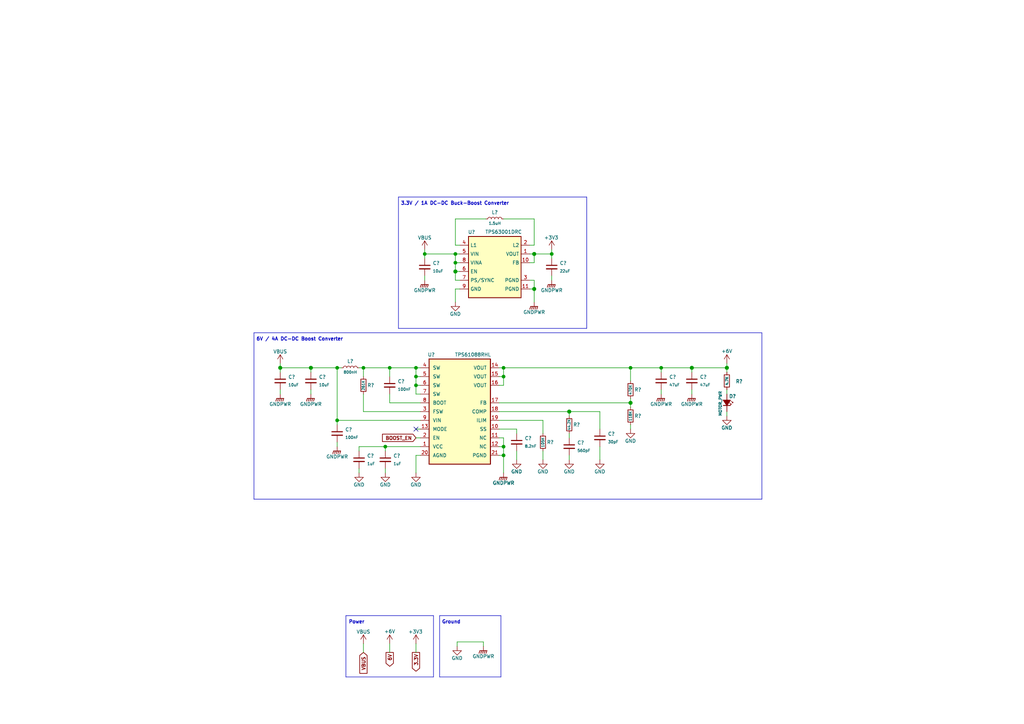
<source format=kicad_sch>
(kicad_sch (version 20201015) (generator eeschema)
  (paper "A4")
  (title_block (title "Power Supply") (date "2020-10-20") (rev "1") (company "Drawn by: Hojadurdy Durdygylyjov") (comment 1 "DC-DC Converters for 3.3V System and 6V Motor Power Supply.") (comment 2 "CC Attribution-ShareAlike 4.0 International"))
  (lib_symbols
    (symbol "Device:C_Small" (pin_numbers hide) (pin_names (offset 0.254) hide)
      (property "Reference" "C" (at 0.254 1.778 0))
      (property "Value" "C_Small" (at 0.254 -2.032 0))
      (symbol "C_Small_0_1"
        (polyline (pts (xy -1.524 -0.508) (xy 1.524 -0.508)) (stroke (width 0.3302)))
        (polyline (pts (xy -1.524 0.508) (xy 1.524 0.508)) (stroke (width 0.3048)))
      )
      (symbol "C_Small_1_1"
        (pin passive line (at 0 2.54 270) (length 2.032) (name "~") (number "1"))
        (pin passive line (at 0 -2.54 90) (length 2.032) (name "~") (number "2"))
      )
    )
    (symbol "Device:LED_Small_Filled" (pin_numbers hide) (pin_names (offset 0.254) hide)
      (property "Reference" "D" (at -1.27 3.175 0))
      (property "Value" "LED_Small_Filled" (at -4.445 -2.54 0))
      (symbol "LED_Small_Filled_0_1"
        (polyline (pts (xy -0.762 -1.016) (xy -0.762 1.016)) (stroke (width 0.254)))
        (polyline (pts (xy 1.016 0) (xy -0.762 0)))
        (polyline (pts (xy 0.762 -1.016) (xy -0.762 0) (xy 0.762 1.016) (xy 0.762 -1.016)) (stroke (width 0.254)) (fill (type outline)))
        (polyline (pts (xy 0 0.762) (xy -0.508 1.27) (xy -0.254 1.27) (xy -0.508 1.27) (xy -0.508 1.016)))
        (polyline (pts (xy 0.508 1.27) (xy 0 1.778) (xy 0.254 1.778) (xy 0 1.778) (xy 0 1.524)))
      )
      (symbol "LED_Small_Filled_1_1"
        (pin passive line (at -2.54 0 0) (length 1.778) (name "K") (number "1"))
        (pin passive line (at 2.54 0 180) (length 1.778) (name "A") (number "2"))
      )
    )
    (symbol "Device:R_Small" (pin_numbers hide) (pin_names (offset 0.254) hide)
      (property "Reference" "R" (at 0.762 0.508 0))
      (property "Value" "R_Small" (at 0.762 -1.016 0))
      (symbol "R_Small_0_1"
        (rectangle (start -0.762 1.778) (end 0.762 -1.778) (stroke (width 0.2032)))
      )
      (symbol "R_Small_1_1"
        (pin passive line (at 0 2.54 270) (length 0.762) (name "~") (number "1"))
        (pin passive line (at 0 -2.54 90) (length 0.762) (name "~") (number "2"))
      )
    )
    (symbol "HD_LibDB:TPS61088RHL" (pin_names (offset 1.016))
      (property "Reference" "U" (at -8.89 16.51 0))
      (property "Value" "TPS61088RHL" (at -1.27 16.51 0))
      (symbol "TPS61088RHL_0_0"
        (rectangle (start -8.89 15.24) (end 8.89 -15.24) (stroke (width 0.3)) (fill (type background)))
        (pin input line (at -11.43 -7.62 0) (length 2.54) (name "EN") (number "2"))
        (pin input line (at 11.43 2.54 180) (length 2.54) (name "FB") (number "17"))
        (pin input line (at -11.43 0 0) (length 2.54) (name "FSW") (number "3"))
        (pin input line (at -11.43 -5.08 0) (length 2.54) (name "MODE") (number "13"))
        (pin input line (at -11.43 10.16 0) (length 2.54) (name "SW") (number "5"))
        (pin input line (at -11.43 7.62 0) (length 2.54) (name "SW") (number "6"))
        (pin input line (at -11.43 5.08 0) (length 2.54) (name "SW") (number "7"))
        (pin input line (at -11.43 12.7 0) (length 2.54) (name "SW") (number "4"))
        (pin power_in line (at -11.43 -2.54 0) (length 2.54) (name "VIN") (number "9"))
        (pin output line (at -11.43 2.54 0) (length 2.54) (name "BOOT") (number "8"))
        (pin output line (at 11.43 0 180) (length 2.54) (name "COMP") (number "18"))
        (pin output line (at 11.43 -2.54 180) (length 2.54) (name "ILIM") (number "19"))
        (pin output line (at 11.43 -5.08 180) (length 2.54) (name "SS") (number "10"))
        (pin power_in line (at -11.43 -10.16 0) (length 2.54) (name "VCC") (number "1"))
        (pin power_out line (at 11.43 10.16 180) (length 2.54) (name "VOUT") (number "15"))
        (pin power_out line (at 11.43 7.62 180) (length 2.54) (name "VOUT") (number "16"))
        (pin power_out line (at 11.43 12.7 180) (length 2.54) (name "VOUT") (number "14"))
        (pin power_in line (at -11.43 -12.7 0) (length 2.54) (name "AGND") (number "20"))
        (pin power_in line (at 11.43 -12.7 180) (length 2.54) (name "PGND") (number "21"))
        (pin passive line (at 11.43 -7.62 180) (length 2.54) (name "NC") (number "11"))
        (pin passive line (at 11.43 -10.16 180) (length 2.54) (name "NC") (number "12"))
      )
    )
    (symbol "HD_LibDB:TPS63001"
      (property "Reference" "U" (at -7.62 11.43 0))
      (property "Value" "TPS63001" (at 3.81 11.43 0))
      (symbol "TPS63001_0_1"
        (rectangle (start -7.62 10.16) (end 7.62 -7.62) (stroke (width 0.254)) (fill (type background)))
      )
      (symbol "TPS63001_1_1"
        (pin power_out line (at 10.16 5.08 180) (length 2.54) (name "VOUT") (number "1"))
        (pin input line (at 10.16 2.54 180) (length 2.54) (name "FB") (number "10"))
        (pin power_in line (at 10.16 -5.08 180) (length 2.54) (name "PGND") (number "11"))
        (pin input line (at 10.16 7.62 180) (length 2.54) (name "L2") (number "2"))
        (pin power_in line (at 10.16 -2.54 180) (length 2.54) (name "PGND") (number "3"))
        (pin input line (at -10.16 7.62 0) (length 2.54) (name "L1") (number "4"))
        (pin power_in line (at -10.16 5.08 0) (length 2.54) (name "VIN") (number "5"))
        (pin input line (at -10.16 0 0) (length 2.54) (name "EN") (number "6"))
        (pin input line (at -10.16 -2.54 0) (length 2.54) (name "PS/SYNC") (number "7"))
        (pin power_in line (at -10.16 2.54 0) (length 2.54) (name "VINA") (number "8"))
        (pin power_in line (at -10.16 -5.08 0) (length 2.54) (name "GND") (number "9"))
      )
    )
    (symbol "HD_LibSym:+3.3V" (power) (pin_names (offset 0))
      (property "Value" "+3.3V" (at 0 2.921 0))
      (symbol "+3.3V_0_1"
        (polyline (pts (xy -0.762 0.635) (xy 0 1.905)))
        (polyline (pts (xy 0 -0.635) (xy 0 1.905)))
        (polyline (pts (xy 0 1.905) (xy 0.762 0.635)))
      )
      (symbol "+3.3V_1_1"
        (pin power_in line (at 0 -0.635 90) (length 0) hide (name "+3V3") (number "1"))
      )
    )
    (symbol "HD_LibSym:+6V" (power) (pin_names (offset 0))
      (property "Value" "+6V" (at 0 3.556 0))
      (symbol "+6V_0_1"
        (polyline (pts (xy -0.762 1.27) (xy 0 2.54)))
        (polyline (pts (xy 0 0) (xy 0 2.54)))
        (polyline (pts (xy 0 2.54) (xy 0.762 1.27)))
      )
      (symbol "+6V_1_1"
        (pin power_in line (at 0 0 90) (length 0) hide (name "+6V") (number "1"))
      )
    )
    (symbol "HD_LibSym:L_Small" (pin_numbers hide) (pin_names (offset 0.254) hide)
      (property "Reference" "L" (at 0.762 1.016 0))
      (property "Value" "L_Small" (at 0.762 -1.016 0))
      (symbol "L_Small_0_1"
        (arc (start 0 -2.032) (end 0 -1.016) (radius (at 0 -1.524) (length 0.508) (angles -89.9 89.9)) (stroke (width 0.15)))
        (arc (start 0 -1.016) (end 0 0) (radius (at 0 -0.508) (length 0.508) (angles -89.9 89.9)) (stroke (width 0.15)))
        (arc (start 0 0) (end 0 1.016) (radius (at 0 0.508) (length 0.508) (angles -89.9 89.9)) (stroke (width 0.15)))
        (arc (start 0 1.016) (end 0 2.032) (radius (at 0 1.524) (length 0.508) (angles -89.9 89.9)) (stroke (width 0.15)))
      )
      (symbol "L_Small_1_1"
        (pin passive line (at 0 2.54 270) (length 0.508) (name "~") (number "1"))
        (pin passive line (at 0 -2.54 90) (length 0.508) (name "~") (number "2"))
      )
    )
    (symbol "power:GND" (power) (pin_names (offset 0))
      (property "Value" "GND" (at 0 -3.81 0))
      (symbol "GND_0_1"
        (polyline (pts (xy 0 0) (xy 0 -1.27) (xy 1.27 -1.27) (xy 0 -2.54) (xy -1.27 -1.27) (xy 0 -1.27)))
      )
      (symbol "GND_1_1"
        (pin power_in line (at 0 0 270) (length 0) hide (name "GND") (number "1"))
      )
    )
    (symbol "power:GNDPWR" (power) (pin_names (offset 0))
      (property "Value" "GNDPWR" (at 0 -3.302 0))
      (symbol "GNDPWR_0_1"
        (polyline (pts (xy 0 -1.27) (xy 0 0)))
        (polyline (pts (xy -1.016 -1.27) (xy -1.27 -2.032) (xy -1.27 -2.032)) (stroke (width 0.2032)))
        (polyline (pts (xy -0.508 -1.27) (xy -0.762 -2.032) (xy -0.762 -2.032)) (stroke (width 0.2032)))
        (polyline (pts (xy 0 -1.27) (xy -0.254 -2.032) (xy -0.254 -2.032)) (stroke (width 0.2032)))
        (polyline (pts (xy 0.508 -1.27) (xy 0.254 -2.032) (xy 0.254 -2.032)) (stroke (width 0.2032)))
        (polyline (pts (xy 1.016 -1.27) (xy -1.016 -1.27) (xy -1.016 -1.27)) (stroke (width 0.2032)))
        (polyline (pts (xy 1.016 -1.27) (xy 0.762 -2.032) (xy 0.762 -2.032) (xy 0.762 -2.032)) (stroke (width 0.2032)))
      )
      (symbol "GNDPWR_1_1"
        (pin power_in line (at 0 0 270) (length 0) hide (name "GNDPWR") (number "1"))
      )
    )
    (symbol "power:VBUS" (power) (pin_names (offset 0))
      (property "Value" "VBUS" (at 0 3.81 0))
      (symbol "VBUS_0_1"
        (polyline (pts (xy -0.762 1.27) (xy 0 2.54)))
        (polyline (pts (xy 0 0) (xy 0 2.54)))
        (polyline (pts (xy 0 2.54) (xy 0.762 1.27)))
      )
      (symbol "VBUS_1_1"
        (pin power_in line (at 0 0 90) (length 0) hide (name "VBUS") (number "1"))
      )
    )
  )
  (junction (at 81.28 106.68) (diameter 1.016))
  (junction (at 90.17 106.68) (diameter 1.016))
  (junction (at 97.79 106.68) (diameter 0.9144))
  (junction (at 97.79 121.92) (diameter 0.9144))
  (junction (at 105.41 106.68) (diameter 0.9144))
  (junction (at 111.76 129.54) (diameter 0.9144))
  (junction (at 113.03 106.68) (diameter 0.9144))
  (junction (at 120.65 106.68) (diameter 0.9144))
  (junction (at 120.65 109.22) (diameter 0.9144))
  (junction (at 120.65 111.76) (diameter 0.9144))
  (junction (at 123.19 73.66) (diameter 0.9144))
  (junction (at 132.08 73.66) (diameter 0.9144))
  (junction (at 132.08 76.2) (diameter 0.9144))
  (junction (at 132.08 78.74) (diameter 1.016))
  (junction (at 146.05 106.68) (diameter 0.9144))
  (junction (at 146.05 109.22) (diameter 0.9144))
  (junction (at 146.05 129.54) (diameter 0.9144))
  (junction (at 146.05 132.08) (diameter 0.9144))
  (junction (at 154.94 73.66) (diameter 1.016))
  (junction (at 154.94 83.82) (diameter 1.016))
  (junction (at 160.02 73.66) (diameter 0.9144))
  (junction (at 165.1 119.38) (diameter 1.016))
  (junction (at 182.88 106.68) (diameter 0.9144))
  (junction (at 182.88 116.84) (diameter 1.016))
  (junction (at 191.77 106.68) (diameter 0.9144))
  (junction (at 200.66 106.68) (diameter 1.016))
  (junction (at 210.82 106.68) (diameter 1.016))
  (no_connect (at 120.65 124.46))
  (wire (pts (xy 81.28 105.41) (xy 81.28 106.68)))
  (wire (pts (xy 81.28 106.68) (xy 81.28 107.95)))
  (wire (pts (xy 81.28 106.68) (xy 90.17 106.68)))
  (wire (pts (xy 81.28 113.03) (xy 81.28 114.3)))
  (wire (pts (xy 90.17 106.68) (xy 90.17 107.95)))
  (wire (pts (xy 90.17 106.68) (xy 97.79 106.68)))
  (wire (pts (xy 90.17 113.03) (xy 90.17 114.3)))
  (wire (pts (xy 97.79 106.68) (xy 97.79 121.92)))
  (wire (pts (xy 97.79 121.92) (xy 121.92 121.92)))
  (wire (pts (xy 97.79 123.19) (xy 97.79 121.92)))
  (wire (pts (xy 97.79 128.27) (xy 97.79 129.54)))
  (wire (pts (xy 99.06 106.68) (xy 97.79 106.68)))
  (wire (pts (xy 104.14 106.68) (xy 105.41 106.68)))
  (wire (pts (xy 104.14 129.54) (xy 104.14 130.81)))
  (wire (pts (xy 104.14 129.54) (xy 111.76 129.54)))
  (wire (pts (xy 104.14 135.89) (xy 104.14 137.16)))
  (wire (pts (xy 105.41 106.68) (xy 113.03 106.68)))
  (wire (pts (xy 105.41 109.22) (xy 105.41 106.68)))
  (wire (pts (xy 105.41 114.3) (xy 105.41 119.38)))
  (wire (pts (xy 105.41 119.38) (xy 121.92 119.38)))
  (wire (pts (xy 105.41 186.69) (xy 105.41 189.23)))
  (wire (pts (xy 111.76 129.54) (xy 111.76 130.81)))
  (wire (pts (xy 111.76 129.54) (xy 121.92 129.54)))
  (wire (pts (xy 111.76 135.89) (xy 111.76 137.16)))
  (wire (pts (xy 113.03 106.68) (xy 120.65 106.68)))
  (wire (pts (xy 113.03 109.22) (xy 113.03 106.68)))
  (wire (pts (xy 113.03 114.3) (xy 113.03 116.84)))
  (wire (pts (xy 113.03 116.84) (xy 121.92 116.84)))
  (wire (pts (xy 113.03 186.69) (xy 113.03 189.23)))
  (wire (pts (xy 120.65 106.68) (xy 121.92 106.68)))
  (wire (pts (xy 120.65 109.22) (xy 120.65 106.68)))
  (wire (pts (xy 120.65 109.22) (xy 121.92 109.22)))
  (wire (pts (xy 120.65 111.76) (xy 120.65 109.22)))
  (wire (pts (xy 120.65 111.76) (xy 121.92 111.76)))
  (wire (pts (xy 120.65 114.3) (xy 120.65 111.76)))
  (wire (pts (xy 120.65 124.46) (xy 121.92 124.46)))
  (wire (pts (xy 120.65 127) (xy 121.92 127)))
  (wire (pts (xy 120.65 132.08) (xy 121.92 132.08)))
  (wire (pts (xy 120.65 137.16) (xy 120.65 132.08)))
  (wire (pts (xy 120.65 186.69) (xy 120.65 189.23)))
  (wire (pts (xy 121.92 114.3) (xy 120.65 114.3)))
  (wire (pts (xy 123.19 72.39) (xy 123.19 73.66)))
  (wire (pts (xy 123.19 73.66) (xy 123.19 74.93)))
  (wire (pts (xy 123.19 73.66) (xy 132.08 73.66)))
  (wire (pts (xy 123.19 80.01) (xy 123.19 81.28)))
  (wire (pts (xy 132.08 63.5) (xy 132.08 71.12)))
  (wire (pts (xy 132.08 71.12) (xy 133.35 71.12)))
  (wire (pts (xy 132.08 73.66) (xy 132.08 76.2)))
  (wire (pts (xy 132.08 73.66) (xy 133.35 73.66)))
  (wire (pts (xy 132.08 76.2) (xy 133.35 76.2)))
  (wire (pts (xy 132.08 78.74) (xy 132.08 76.2)))
  (wire (pts (xy 132.08 78.74) (xy 133.35 78.74)))
  (wire (pts (xy 132.08 81.28) (xy 132.08 78.74)))
  (wire (pts (xy 132.08 83.82) (xy 132.08 87.63)))
  (wire (pts (xy 132.588 186.182) (xy 132.588 187.452)))
  (wire (pts (xy 133.35 81.28) (xy 132.08 81.28)))
  (wire (pts (xy 133.35 83.82) (xy 132.08 83.82)))
  (wire (pts (xy 140.208 186.182) (xy 132.588 186.182)))
  (wire (pts (xy 140.208 187.452) (xy 140.208 186.182)))
  (wire (pts (xy 140.97 63.5) (xy 132.08 63.5)))
  (wire (pts (xy 144.78 109.22) (xy 146.05 109.22)))
  (wire (pts (xy 144.78 111.76) (xy 146.05 111.76)))
  (wire (pts (xy 144.78 116.84) (xy 182.88 116.84)))
  (wire (pts (xy 144.78 119.38) (xy 165.1 119.38)))
  (wire (pts (xy 144.78 121.92) (xy 157.48 121.92)))
  (wire (pts (xy 144.78 129.54) (xy 146.05 129.54)))
  (wire (pts (xy 144.78 132.08) (xy 146.05 132.08)))
  (wire (pts (xy 146.05 63.5) (xy 154.94 63.5)))
  (wire (pts (xy 146.05 106.68) (xy 144.78 106.68)))
  (wire (pts (xy 146.05 106.68) (xy 182.88 106.68)))
  (wire (pts (xy 146.05 109.22) (xy 146.05 106.68)))
  (wire (pts (xy 146.05 111.76) (xy 146.05 109.22)))
  (wire (pts (xy 146.05 127) (xy 144.78 127)))
  (wire (pts (xy 146.05 129.54) (xy 146.05 127)))
  (wire (pts (xy 146.05 132.08) (xy 146.05 129.54)))
  (wire (pts (xy 146.05 137.16) (xy 146.05 132.08)))
  (wire (pts (xy 149.86 124.46) (xy 144.78 124.46)))
  (wire (pts (xy 149.86 125.73) (xy 149.86 124.46)))
  (wire (pts (xy 149.86 130.81) (xy 149.86 133.35)))
  (wire (pts (xy 153.67 73.66) (xy 154.94 73.66)))
  (wire (pts (xy 153.67 76.2) (xy 154.94 76.2)))
  (wire (pts (xy 153.67 81.28) (xy 154.94 81.28)))
  (wire (pts (xy 153.67 83.82) (xy 154.94 83.82)))
  (wire (pts (xy 154.94 63.5) (xy 154.94 71.12)))
  (wire (pts (xy 154.94 71.12) (xy 153.67 71.12)))
  (wire (pts (xy 154.94 73.66) (xy 160.02 73.66)))
  (wire (pts (xy 154.94 76.2) (xy 154.94 73.66)))
  (wire (pts (xy 154.94 81.28) (xy 154.94 83.82)))
  (wire (pts (xy 154.94 83.82) (xy 154.94 87.63)))
  (wire (pts (xy 157.48 121.92) (xy 157.48 125.73)))
  (wire (pts (xy 157.48 130.81) (xy 157.48 133.35)))
  (wire (pts (xy 160.02 72.39) (xy 160.02 73.66)))
  (wire (pts (xy 160.02 73.66) (xy 160.02 74.93)))
  (wire (pts (xy 160.02 80.01) (xy 160.02 81.28)))
  (wire (pts (xy 165.1 119.38) (xy 165.1 120.65)))
  (wire (pts (xy 165.1 119.38) (xy 173.99 119.38)))
  (wire (pts (xy 165.1 125.73) (xy 165.1 127)))
  (wire (pts (xy 165.1 132.08) (xy 165.1 133.35)))
  (wire (pts (xy 173.99 124.46) (xy 173.99 119.38)))
  (wire (pts (xy 173.99 129.54) (xy 173.99 133.35)))
  (wire (pts (xy 182.88 106.68) (xy 182.88 110.49)))
  (wire (pts (xy 182.88 106.68) (xy 191.77 106.68)))
  (wire (pts (xy 182.88 115.57) (xy 182.88 116.84)))
  (wire (pts (xy 182.88 116.84) (xy 182.88 118.11)))
  (wire (pts (xy 182.88 123.19) (xy 182.88 124.46)))
  (wire (pts (xy 191.77 106.68) (xy 191.77 107.95)))
  (wire (pts (xy 191.77 106.68) (xy 200.66 106.68)))
  (wire (pts (xy 191.77 113.03) (xy 191.77 114.3)))
  (wire (pts (xy 200.66 106.68) (xy 200.66 107.95)))
  (wire (pts (xy 200.66 106.68) (xy 210.82 106.68)))
  (wire (pts (xy 200.66 113.03) (xy 200.66 114.3)))
  (wire (pts (xy 210.82 105.41) (xy 210.82 106.68)))
  (wire (pts (xy 210.82 106.68) (xy 210.82 107.95)))
  (wire (pts (xy 210.82 113.03) (xy 210.82 114.3)))
  (wire (pts (xy 210.82 119.38) (xy 210.82 120.65)))
  (polyline (pts (xy 73.66 96.52) (xy 73.66 144.78)) (stroke (width 0.152) (type solid)))
  (polyline (pts (xy 73.66 96.52) (xy 220.98 96.52)) (stroke (width 0.152) (type solid)))
  (polyline (pts (xy 100.33 178.562) (xy 100.33 196.342)) (stroke (width 0.152) (type solid)))
  (polyline (pts (xy 100.33 196.342) (xy 125.73 196.342)) (stroke (width 0.152) (type solid)))
  (polyline (pts (xy 115.57 57.15) (xy 170.18 57.15)) (stroke (width 0.152) (type solid)))
  (polyline (pts (xy 115.57 95.25) (xy 115.57 57.15)) (stroke (width 0.152) (type solid)))
  (polyline (pts (xy 125.73 178.562) (xy 100.33 178.562)) (stroke (width 0.152) (type solid)))
  (polyline (pts (xy 125.73 178.562) (xy 125.73 196.342)) (stroke (width 0.152) (type solid)))
  (polyline (pts (xy 127.508 178.562) (xy 127.508 196.342)) (stroke (width 0.152) (type solid)))
  (polyline (pts (xy 127.508 196.342) (xy 145.288 196.342)) (stroke (width 0.152) (type solid)))
  (polyline (pts (xy 145.288 178.562) (xy 127.508 178.562)) (stroke (width 0.152) (type solid)))
  (polyline (pts (xy 145.288 178.562) (xy 145.288 196.342)) (stroke (width 0.152) (type solid)))
  (polyline (pts (xy 170.18 57.15) (xy 170.18 95.25)) (stroke (width 0.152) (type solid)))
  (polyline (pts (xy 170.18 95.25) (xy 115.57 95.25)) (stroke (width 0.152) (type solid)))
  (polyline (pts (xy 220.98 96.52) (xy 220.98 144.78)) (stroke (width 0.152) (type solid)))
  (polyline (pts (xy 220.98 144.78) (xy 73.66 144.78)) (stroke (width 0.152) (type solid)))
  (text "6V / 4A DC-DC Boost Converter" (at 74.295 99.06 0) (effects (font (size 1 1) (thickness 0.2) bold) (justify left bottom)))
  (text "Power" (at 101.092 181.102 0) (effects (font (size 1 1) (thickness 0.2) bold) (justify left bottom)))
  (text "3.3V / 1A DC-DC Buck-Boost Converter" (at 116.205 59.69 0) (effects (font (size 1 1) (thickness 0.2) bold) (justify left bottom)))
  (text "Ground" (at 128.143 181.102 0) (effects (font (size 1 1) (thickness 0.2) bold) (justify left bottom)))
  (global_label "VBUS" (shape input) (at 105.41 189.23 270) (property "Intersheet References" "${INTERSHEET_REFS}" (effects hide)) (effects (font (size 1 1) (thickness 0.2) bold)))
  (global_label "6V" (shape output) (at 113.03 189.23 270) (property "Intersheet References" "${INTERSHEET_REFS}" (effects hide)) (effects (font (size 1 1) (thickness 0.2) bold)))
  (global_label "BOOST_EN" (shape input) (at 120.65 127 180) (property "Intersheet References" "${INTERSHEET_REFS}" (effects hide)) (effects (font (size 1 1) (thickness 0.2) bold)))
  (global_label "3.3V" (shape output) (at 120.65 189.23 270) (property "Intersheet References" "${INTERSHEET_REFS}" (effects hide)) (effects (font (size 1 1) (thickness 0.2) bold)))
  (symbol (lib_id "HD_LibSym:L_Small") (at 101.6 106.68 90) (unit 1)
    (property "Reference" "L?" (at 101.6 104.775 90) (effects (font (size 1 1))))
    (property "Value" "800nH" (at 101.6 107.95 90) (effects (font (size 0.8 0.8))))
    (property "Footprint" "Inductor_SMD:L_Coilcraft_XAL5030" (effects hide))
  )
  (symbol (lib_id "HD_LibSym:L_Small") (at 143.51 63.5 90) (unit 1)
    (property "Reference" "L?" (at 143.51 61.595 90) (effects (font (size 1 1))))
    (property "Value" "1.5uH" (at 143.51 64.77 90) (effects (font (size 0.8 0.8))))
    (property "Footprint" "Inductor_SMD:L_1008_2520Metric" (effects hide))
  )
  (symbol (lib_id "power:VBUS") (at 81.28 105.41 0) (unit 1)
    (property "Reference" "#PWR?" (effects hide))
    (property "Value" "VBUS" (at 81.267 101.975 0) (effects (font (size 1 1))))
  )
  (symbol (lib_id "power:VBUS") (at 105.41 186.69 0) (unit 1)
    (property "Reference" "#PWR?" (effects hide))
    (property "Value" "VBUS" (at 105.397 183.255 0) (effects (font (size 1 1))))
  )
  (symbol (lib_id "HD_LibSym:+6V") (at 113.03 186.69 0) (unit 1)
    (property "Reference" "#PWR?" (effects hide))
    (property "Value" "+6V" (at 113.03 183.134 0) (effects (font (size 1 1))))
  )
  (symbol (lib_id "HD_LibSym:+3.3V") (at 120.65 186.055 0) (unit 1)
    (property "Reference" "#PWR?" (effects hide))
    (property "Value" "+3.3V" (at 120.5103 183.2179 0) (effects (font (size 1 1))))
  )
  (symbol (lib_id "power:VBUS") (at 123.19 72.39 0) (unit 1)
    (property "Reference" "#PWR?" (effects hide))
    (property "Value" "VBUS" (at 123.177 68.955 0) (effects (font (size 1 1))))
  )
  (symbol (lib_id "HD_LibSym:+3.3V") (at 160.02 71.755 0) (unit 1)
    (property "Reference" "#PWR?" (effects hide))
    (property "Value" "+3.3V" (at 159.8803 68.9179 0) (effects (font (size 1 1))))
  )
  (symbol (lib_id "HD_LibSym:+6V") (at 210.82 105.41 0) (unit 1)
    (property "Reference" "#PWR?" (effects hide))
    (property "Value" "+6V" (at 210.82 101.854 0) (effects (font (size 1 1))))
  )
  (symbol (lib_id "power:GNDPWR") (at 81.28 114.3 0) (unit 1)
    (property "Reference" "#PWR?" (effects hide))
    (property "Value" "GNDPWR" (at 81.28 117.221 0) (effects (font (size 1 1))))
  )
  (symbol (lib_id "power:GNDPWR") (at 90.17 114.3 0) (unit 1)
    (property "Reference" "#PWR?" (effects hide))
    (property "Value" "GNDPWR" (at 90.17 117.221 0) (effects (font (size 1 1))))
  )
  (symbol (lib_id "power:GNDPWR") (at 97.79 129.54 0) (unit 1)
    (property "Reference" "#PWR?" (effects hide))
    (property "Value" "GNDPWR" (at 97.79 132.461 0) (effects (font (size 1 1))))
  )
  (symbol (lib_id "power:GNDPWR") (at 123.19 81.28 0) (unit 1)
    (property "Reference" "#PWR?" (effects hide))
    (property "Value" "GNDPWR" (at 123.19 84.201 0) (effects (font (size 1 1))))
  )
  (symbol (lib_id "power:GNDPWR") (at 140.208 187.452 0) (unit 1)
    (property "Reference" "#PWR?" (effects hide))
    (property "Value" "GNDPWR" (at 140.208 190.373 0) (effects (font (size 1 1))))
  )
  (symbol (lib_id "power:GNDPWR") (at 146.05 137.16 0) (unit 1)
    (property "Reference" "#PWR?" (effects hide))
    (property "Value" "GNDPWR" (at 146.05 140.081 0) (effects (font (size 1 1))))
  )
  (symbol (lib_id "power:GNDPWR") (at 154.94 87.63 0) (unit 1)
    (property "Reference" "#PWR?" (effects hide))
    (property "Value" "GNDPWR" (at 154.94 90.551 0) (effects (font (size 1 1))))
  )
  (symbol (lib_id "power:GNDPWR") (at 160.02 81.28 0) (unit 1)
    (property "Reference" "#PWR?" (effects hide))
    (property "Value" "GNDPWR" (at 160.02 84.201 0) (effects (font (size 1 1))))
  )
  (symbol (lib_id "power:GNDPWR") (at 191.77 114.3 0) (unit 1)
    (property "Reference" "#PWR?" (effects hide))
    (property "Value" "GNDPWR" (at 191.77 117.221 0) (effects (font (size 1 1))))
  )
  (symbol (lib_id "power:GNDPWR") (at 200.66 114.3 0) (unit 1)
    (property "Reference" "#PWR?" (effects hide))
    (property "Value" "GNDPWR" (at 200.66 117.221 0) (effects (font (size 1 1))))
  )
  (symbol (lib_id "power:GND") (at 104.14 137.16 0) (unit 1)
    (property "Reference" "#PWR?" (effects hide))
    (property "Value" "GND" (at 104.127 140.595 0) (effects (font (size 1 1))))
  )
  (symbol (lib_id "power:GND") (at 111.76 137.16 0) (unit 1)
    (property "Reference" "#PWR?" (effects hide))
    (property "Value" "GND" (at 111.747 140.595 0) (effects (font (size 1 1))))
  )
  (symbol (lib_id "power:GND") (at 120.65 137.16 0) (unit 1)
    (property "Reference" "#PWR?" (effects hide))
    (property "Value" "GND" (at 120.637 140.595 0) (effects (font (size 1 1))))
  )
  (symbol (lib_id "power:GND") (at 132.08 87.63 0) (unit 1)
    (property "Reference" "#PWR?" (effects hide))
    (property "Value" "GND" (at 132.067 91.065 0) (effects (font (size 1 1))))
  )
  (symbol (lib_id "power:GND") (at 132.588 187.452 0) (unit 1)
    (property "Reference" "#PWR?" (effects hide))
    (property "Value" "GND" (at 132.575 190.887 0) (effects (font (size 1 1))))
  )
  (symbol (lib_id "power:GND") (at 149.86 133.35 0) (unit 1)
    (property "Reference" "#PWR?" (effects hide))
    (property "Value" "GND" (at 149.847 136.785 0) (effects (font (size 1 1))))
  )
  (symbol (lib_id "power:GND") (at 157.48 133.35 0) (unit 1)
    (property "Reference" "#PWR?" (effects hide))
    (property "Value" "GND" (at 157.467 136.785 0) (effects (font (size 1 1))))
  )
  (symbol (lib_id "power:GND") (at 165.1 133.35 0) (unit 1)
    (property "Reference" "#PWR?" (effects hide))
    (property "Value" "GND" (at 165.087 136.785 0) (effects (font (size 1 1))))
  )
  (symbol (lib_id "power:GND") (at 173.99 133.35 0) (unit 1)
    (property "Reference" "#PWR?" (effects hide))
    (property "Value" "GND" (at 173.977 136.785 0) (effects (font (size 1 1))))
  )
  (symbol (lib_id "power:GND") (at 182.88 124.46 0) (unit 1)
    (property "Reference" "#PWR?" (effects hide))
    (property "Value" "GND" (at 182.867 127.895 0) (effects (font (size 1 1))))
  )
  (symbol (lib_id "power:GND") (at 210.82 120.65 0) (unit 1)
    (property "Reference" "#PWR?" (effects hide))
    (property "Value" "GND" (at 210.807 124.085 0) (effects (font (size 1 1))))
  )
  (symbol (lib_id "Device:R_Small") (at 105.41 111.76 0) (unit 1)
    (property "Reference" "R?" (at 106.528 111.754 0) (effects (font (size 1 1)) (justify left)))
    (property "Value" "261K" (at 105.385 113.29 90) (effects (font (size 0.75 0.75)) (justify left)))
    (property "Footprint" "Resistor_SMD:R_0402_1005Metric" (effects hide))
    (property "Tolerance" "1%" (effects hide))
  )
  (symbol (lib_id "Device:R_Small") (at 157.48 128.27 0) (unit 1)
    (property "Reference" "R?" (at 158.598 128.264 0) (effects (font (size 1 1)) (justify left)))
    (property "Value" "105K" (at 157.455 129.8 90) (effects (font (size 0.75 0.75)) (justify left)))
    (property "Footprint" "Resistor_SMD:R_0402_1005Metric" (effects hide))
    (property "Tolerance" "1%" (effects hide))
  )
  (symbol (lib_id "Device:R_Small") (at 165.1 123.19 0) (unit 1)
    (property "Reference" "R?" (at 166.218 123.184 0) (effects (font (size 1 1)) (justify left)))
    (property "Value" "44.2K" (at 165.075 124.847 90) (effects (font (size 0.75 0.75)) (justify left)))
    (property "Footprint" "Resistor_SMD:R_0402_1005Metric" (effects hide))
    (property "Tolerance" "1%" (effects hide))
  )
  (symbol (lib_id "Device:R_Small") (at 182.88 113.03 0) (unit 1)
    (property "Reference" "R?" (at 183.998 113.024 0) (effects (font (size 1 1)) (justify left)))
    (property "Value" "470K" (at 182.855 114.56 90) (effects (font (size 0.75 0.75)) (justify left)))
    (property "Footprint" "Resistor_SMD:R_0201_0603Metric" (effects hide))
    (property "Tolerance" "1%" (effects hide))
  )
  (symbol (lib_id "Device:R_Small") (at 182.88 120.65 0) (unit 1)
    (property "Reference" "R?" (at 183.998 120.644 0) (effects (font (size 1 1)) (justify left)))
    (property "Value" "118K" (at 182.855 122.18 90) (effects (font (size 0.75 0.75)) (justify left)))
    (property "Footprint" "Resistor_SMD:R_0402_1005Metric" (effects hide))
    (property "Tolerance" "1%" (effects hide))
  )
  (symbol (lib_id "Device:R_Small") (at 210.82 110.49 180) (unit 1)
    (property "Reference" "R?" (at 215.417 110.623 0) (effects (font (size 1 1)) (justify left)))
    (property "Value" "4.7K" (at 210.845 109.138 90) (effects (font (size 0.75 0.75)) (justify left)))
    (property "Footprint" "Resistor_SMD:R_0201_0603Metric" (effects hide))
    (property "Tolerance" "1%" (effects hide))
  )
  (symbol (lib_id "Device:LED_Small_Filled") (at 210.82 116.84 270) (mirror x) (unit 1)
    (property "Reference" "D?" (at 211.455 114.935 90) (effects (font (size 1 1)) (justify left)))
    (property "Value" "MOTOR_PWR" (at 208.915 120.65 0) (effects (font (size 0.8 0.8)) (justify left)))
    (property "Footprint" "LED_SMD:LED_0402_1005Metric" (effects hide))
  )
  (symbol (lib_id "Device:C_Small") (at 81.28 110.49 0) (unit 1)
    (property "Reference" "C?" (at 83.604 109.341 0) (effects (font (size 1 1)) (justify left)))
    (property "Value" "10uF" (at 83.604 111.639 0) (effects (font (size 0.8 0.8)) (justify left)))
    (property "Footprint" "Capacitor_SMD:C_1206_3216Metric" (effects hide))
    (property "Voltage" "10V" (effects hide))
  )
  (symbol (lib_id "Device:C_Small") (at 90.17 110.49 0) (unit 1)
    (property "Reference" "C?" (at 92.494 109.341 0) (effects (font (size 1 1)) (justify left)))
    (property "Value" "10uF" (at 92.494 111.639 0) (effects (font (size 0.8 0.8)) (justify left)))
    (property "Footprint" "Capacitor_SMD:C_1206_3216Metric" (effects hide))
    (property "Voltage" "10V" (effects hide))
  )
  (symbol (lib_id "Device:C_Small") (at 97.79 125.73 0) (unit 1)
    (property "Reference" "C?" (at 100.114 124.581 0) (effects (font (size 1 1)) (justify left)))
    (property "Value" "100nF" (at 100.114 126.879 0) (effects (font (size 0.8 0.8)) (justify left)))
    (property "Footprint" "Capacitor_SMD:C_0402_1005Metric" (effects hide))
    (property "Voltage" "25V" (effects hide))
  )
  (symbol (lib_id "Device:C_Small") (at 104.14 133.35 0) (unit 1)
    (property "Reference" "C?" (at 106.464 132.201 0) (effects (font (size 1 1)) (justify left)))
    (property "Value" "1uF" (at 106.464 134.499 0) (effects (font (size 0.8 0.8)) (justify left)))
    (property "Footprint" "Capacitor_SMD:C_0402_1005Metric" (effects hide))
    (property "Voltage" "25V" (effects hide))
  )
  (symbol (lib_id "Device:C_Small") (at 111.76 133.35 0) (unit 1)
    (property "Reference" "C?" (at 114.084 132.201 0) (effects (font (size 1 1)) (justify left)))
    (property "Value" "1uF" (at 114.084 134.499 0) (effects (font (size 0.8 0.8)) (justify left)))
    (property "Footprint" "Capacitor_SMD:C_0402_1005Metric" (effects hide))
    (property "Voltage" "25V" (effects hide))
  )
  (symbol (lib_id "Device:C_Small") (at 113.03 111.76 0) (unit 1)
    (property "Reference" "C?" (at 115.354 110.611 0) (effects (font (size 1 1)) (justify left)))
    (property "Value" "100nF" (at 115.354 112.909 0) (effects (font (size 0.8 0.8)) (justify left)))
    (property "Footprint" "Capacitor_SMD:C_0201_0603Metric" (effects hide))
    (property "Voltage" "10V" (effects hide))
  )
  (symbol (lib_id "Device:C_Small") (at 123.19 77.47 0) (unit 1)
    (property "Reference" "C?" (at 125.514 76.321 0) (effects (font (size 1 1)) (justify left)))
    (property "Value" "10uF" (at 125.514 78.619 0) (effects (font (size 0.8 0.8)) (justify left)))
    (property "Footprint" "Capacitor_SMD:C_0603_1608Metric" (effects hide))
    (property "Voltage" "10V" (effects hide))
  )
  (symbol (lib_id "Device:C_Small") (at 149.86 128.27 0) (unit 1)
    (property "Reference" "C?" (at 152.184 127.121 0) (effects (font (size 1 1)) (justify left)))
    (property "Value" "8.2nF" (at 152.184 129.419 0) (effects (font (size 0.8 0.8)) (justify left)))
    (property "Footprint" "Capacitor_SMD:C_0402_1005Metric" (effects hide))
    (property "Voltage" "50V" (effects hide))
  )
  (symbol (lib_id "Device:C_Small") (at 160.02 77.47 0) (unit 1)
    (property "Reference" "C?" (at 162.344 76.321 0) (effects (font (size 1 1)) (justify left)))
    (property "Value" "22uF" (at 162.344 78.619 0) (effects (font (size 0.8 0.8)) (justify left)))
    (property "Footprint" "Capacitor_SMD:C_0603_1608Metric" (effects hide))
    (property "Voltage" "10V" (effects hide))
  )
  (symbol (lib_id "Device:C_Small") (at 165.1 129.54 0) (unit 1)
    (property "Reference" "C?" (at 167.424 128.391 0) (effects (font (size 1 1)) (justify left)))
    (property "Value" "560pF" (at 167.424 130.689 0) (effects (font (size 0.8 0.8)) (justify left)))
    (property "Footprint" "Capacitor_SMD:C_0402_1005Metric" (effects hide))
    (property "Voltage" "50V" (effects hide))
  )
  (symbol (lib_id "Device:C_Small") (at 173.99 127 0) (unit 1)
    (property "Reference" "C?" (at 176.314 125.851 0) (effects (font (size 1 1)) (justify left)))
    (property "Value" "30pF" (at 176.314 128.149 0) (effects (font (size 0.8 0.8)) (justify left)))
    (property "Footprint" "Capacitor_SMD:C_0402_1005Metric" (effects hide))
    (property "Voltage" "50V" (effects hide))
  )
  (symbol (lib_id "Device:C_Small") (at 191.77 110.49 0) (unit 1)
    (property "Reference" "C?" (at 194.094 109.341 0) (effects (font (size 1 1)) (justify left)))
    (property "Value" "47uF" (at 194.094 111.639 0) (effects (font (size 0.8 0.8)) (justify left)))
    (property "Footprint" "Capacitor_SMD:C_1210_3225Metric" (effects hide))
    (property "Voltage" "16V" (effects hide))
  )
  (symbol (lib_id "Device:C_Small") (at 200.66 110.49 0) (unit 1)
    (property "Reference" "C?" (at 202.984 109.341 0) (effects (font (size 1 1)) (justify left)))
    (property "Value" "47uF" (at 202.984 111.639 0) (effects (font (size 0.8 0.8)) (justify left)))
    (property "Footprint" "Capacitor_SMD:C_1210_3225Metric" (effects hide))
    (property "Voltage" "16V" (effects hide))
  )
  (symbol (lib_id "HD_LibDB:TPS63001") (at 143.51 78.74 0) (unit 1)
    (property "Reference" "U?" (at 136.779 67.308 0) (effects (font (size 1 1))))
    (property "Value" "TPS63001DRC" (at 146.05 67.267 0) (effects (font (size 1 1))))
    (property "Footprint" "HD_ModDB:Texas_VSON-10_3x3mm_P0.5mm" (effects hide))
    (property "Datasheet" "http://www.ti.com/lit/ds/symlink/tps63000.pdf" (effects hide))
  )
  (symbol (lib_id "HD_LibDB:TPS61088RHL") (at 133.35 119.38 0) (unit 1)
    (property "Reference" "U?" (at 125.095 102.87 0) (effects (font (size 1 1))))
    (property "Value" "TPS61088RHL" (at 137.16 102.87 0) (effects (font (size 1 1))))
    (property "Footprint" "HD_ModDB:Texas_VQFN-RHL-20" (effects hide))
  )
)
</source>
